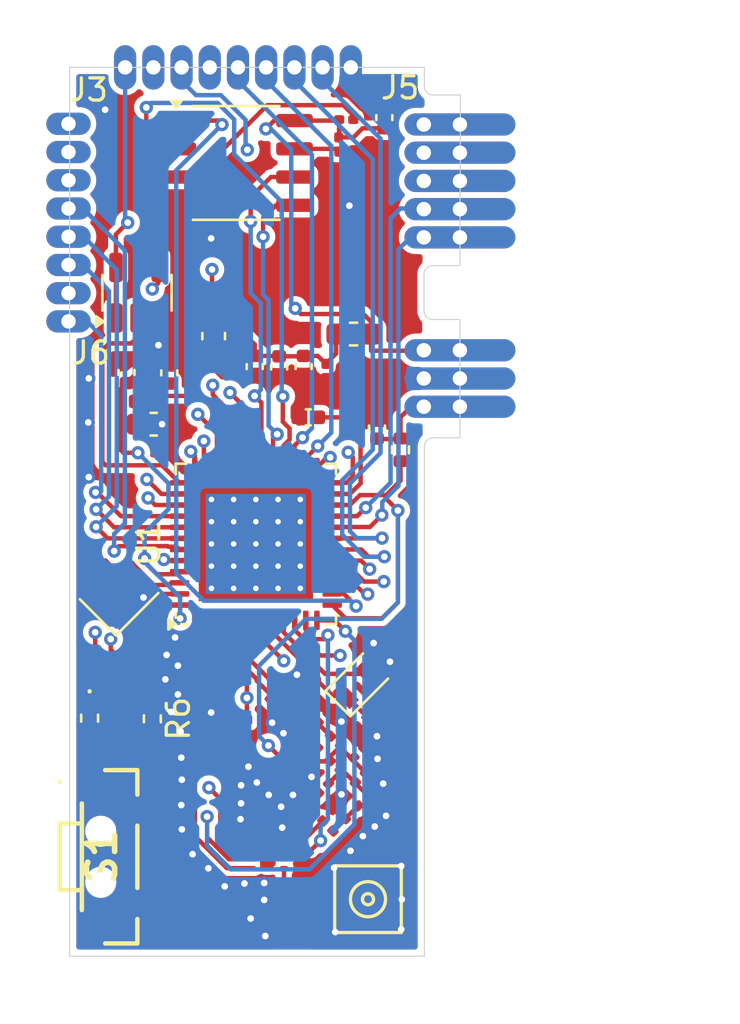
<source format=kicad_pcb>
(kicad_pcb (version 20240108) (generator "pcbnew") (generator_version "8.0")
  (layers (0 "F.Cu" signal) (1 "In1.Cu" signal) (2 "In2.Cu" signal) (31 "B.Cu" signal) (34 "B.Paste" user) (35 "F.Paste" user) (36 "B.SilkS" user "B.Silkscreen") (37 "F.SilkS" user "F.Silkscreen") (38 "B.Mask" user) (39 "F.Mask" user) (44 "Edge.Cuts" user))
  (net 0 "")
  (net 1 "GND")
  (net 2 "VDDS")
  (net 3 "Net-(U1A-DECOUPL)")
  (net 4 "MCU_RESET")
  (net 5 "Net-(C13-Pad2)")
  (net 6 "/CC1352P7-Wireless-MCU/RF_2_4G_N")
  (net 7 "Net-(C19-Pad2)")
  (net 8 "Net-(C19-Pad1)")
  (net 9 "/CC1352P7-Wireless-MCU/RF_2_4G_P")
  (net 10 "Net-(C25-Pad1)")
  (net 11 "Net-(C27-Pad1)")
  (net 12 "Net-(C30-Pad2)")
  (net 13 "Net-(U2-RF1)")
  (net 14 "VDDR")
  (net 15 "MCU_VDD")
  (net 16 "Net-(TR1-RX_TX)")
  (net 17 "Net-(D1-A)")
  (net 18 "MCU_UART_TX")
  (net 19 "MCU_UART_RX")
  (net 20 "/CC1352P7-Wireless-MCU/DCDC_SW")
  (net 22 "~{MCU_POWER_INDICATOR}")
  (net 23 "RF_SUB1G")
  (net 24 "JTAG_TMSC")
  (net 25 "Net-(U1B-DIO_8)")
  (net 26 "Net-(D1-K)")
  (net 27 "JTAG_TDO")
  (net 28 "JTAG_TCKC")
  (net 29 "RF_PA")
  (net 30 "MCU_AIO3")
  (net 31 "JTAG_TDI")
  (net 32 "Net-(C35-Pad2)")
  (net 33 "Net-(C52-Pad1)")
  (net 34 "Net-(U1B-DIO_18)")
  (net 35 "MCU_AIO4")
  (net 36 "MCU_DIO3")
  (net 37 "MCU_DIO5")
  (net 38 "MCU_AIO1")
  (net 39 "MCU_DIO1")
  (net 40 "MCU_DIO7")
  (net 41 "MCU_AIO2")
  (net 42 "MCU_AIO0")
  (net 43 "MCU_DIO6")
  (net 44 "MCU_DIO2")
  (net 45 "Net-(U1B-DIO_19)")
  (net 46 "RF_2_4G")
  (net 47 "Net-(TR1-USP_2_4_GHZ)")
  (net 50 "Net-(U2-RFC)")
  (net 51 "MCU_DIO4")
  (net 52 "MCU_DIO0")
  (net 53 "Net-(U5-~{HOLD}{slash}SIO3)")
  (net 54 "Net-(U5-~{WP}{slash}SIO2)")
  (net 55 "Net-(U1B-DIO_20)")
  (net 56 "/CC1352P7-Wireless-MCU/X32K_P")
  (net 57 "/CC1352P7-Wireless-MCU/X32K_N")
  (net 58 "/CC1352P7-Wireless-MCU/X48M_P")
  (net 59 "/CC1352P7-Wireless-MCU/X48M_N")
  (net 60 "/CC1352P7-Wireless-MCU/RF_SUB_P")
  (net 61 "/CC1352P7-Wireless-MCU/RF_SUB_N")
  (net 62 "/CC1352P7-Wireless-MCU/TX_20DBM_P")
  (net 63 "/CC1352P7-Wireless-MCU/TX_20DBM_N")
  (net 64 "Net-(U2-RF2)")
  (net 65 "Net-(TR1-USP_SUB_GHZ)")
  (net 75 "USER_BTN")
  (net 93 "Net-(S1-COM)")
  (footprint "Capacitor_SMD:C_0201_0603Metric" (layer "F.Cu") (at 182.258352 98.130248 45)
    (property "Reference" "C25" (hide yes))
    (property "Value" "0.7pF" (hide yes))
  )
  (footprint "Capacitor_SMD:C_0201_0603Metric" (layer "F.Cu") (at 178.4944 104.4702 180)
    (property "Reference" "C50" (hide yes))
    (property "Value" "DNP" (hide yes))
  )
  (footprint "Capacitor_SMD:C_0402_1005Metric" (layer "F.Cu") (at 173.65 79.915 90)
    (property "Reference" "C38" (hide yes))
    (property "Value" "0.1uF" (hide yes))
  )
  (footprint "Resistor_SMD:R_0201_0603Metric" (layer "F.Cu") (at 181.2778 69.6362 -90)
    (property "Reference" "R4" (hide yes))
    (property "Value" "2.61K" (hide yes))
  )
  (footprint "Capacitor_SMD:C_0201_0603Metric" (layer "F.Cu") (at 177.1884 95.8494 90)
    (property "Reference" "C12" (hide yes))
    (property "Value" "100pF")
  )
  (footprint "Resistor_SMD:R_0402_1005Metric" (layer "F.Cu") (at 170.064 95.452 90)
    (property "Reference" "R2" (hide yes))
    (property "Value" "1K" (hide yes))
  )
  (footprint "Pandora:Skyworks_SKY1337-373LF" (layer "F.Cu") (at 178.0912 101.6032 180)
    (property "Reference" "U2" (hide yes))
    (property "Value" "~")
  )
  (footprint "Package_SO:SOP-8_3.9x4.9mm_P1.27mm" (layer "F.Cu") (at 176.664 70.467)
    (property "Reference" "U5" (hide yes))
    (property "Value" "MX25L3233FM1" (hide yes))
  )
  (footprint "Capacitor_SMD:C_0402_1005Metric" (layer "F.Cu") (at 178.6 79.65 -90)
    (property "Reference" "C6" (hide yes))
    (property "Value" "0.1uF" (hide yes))
  )
  (footprint "Inductor_SMD:L_0201_0603Metric" (layer "F.Cu") (at 179.1548 105.2576 180)
    (property "Reference" "L22" (hide yes))
    (property "Value" "0" (hide yes))
  )
  (footprint "Inductor_SMD:L_0201_0603Metric" (layer "F.Cu") (at 178.425278 94.835878 -45)
    (property "Reference" "L1" (hide yes))
    (property "Value" "1nH" (hide yes))
  )
  (footprint "KiCad:1188E1K2VTR" (layer "F.Cu") (at 170.964 101.692 -90)
    (property "Reference" "S1")
    (property "Value" "1188E-1K2-V-T_R" (hide yes))
  )
  (footprint "Inductor_SMD:L_0201_0603Metric" (layer "F.Cu") (at 179.5252 99.695 45)
    (property "Reference" "L17" (hide yes))
    (property "Value" "2.5nH" (hide yes))
  )
  (footprint "Pandora:A-1JB" (layer "F.Cu") (at 182.6 103.6 180)
    (property "Reference" "J1")
    (property "Value" "UFL" (hide yes))
  )
  (footprint "Crystal:Crystal_SMD_2016-4Pin_2.0x1.6mm" (layer "F.Cu") (at 171.392734 89.961683 45)
    (property "Reference" "Y2" (hide yes))
    (property "Value" "48MHz" (hide yes))
  )
  (footprint "Capacitor_SMD:C_0402_1005Metric" (layer "F.Cu") (at 179.7 79.63 -90)
    (property "Reference" "C7" (hide yes))
    (property "Value" "0.1uF" (hide yes))
  )
  (footprint "Capacitor_SMD:C_0201_0603Metric" (layer "F.Cu") (at 181.354 99.7458 -45)
    (property "Reference" "C30" (hide yes))
    (property "Value" "4.7pF" (hide yes))
  )
  (footprint "Inductor_SMD:L_0201_0603Metric" (layer "F.Cu") (at 182.380048 99.176952 -135)
    (property "Reference" "L19" (hide yes))
    (property "Value" "7.5nH" (hide yes))
  )
  (footprint "Capacitor_SMD:C_0201_0603Metric" (layer "F.Cu") (at 179.027248 98.110152 45)
    (property "Reference" "C17" (hide yes))
    (property "Value" "100pF" (hide yes))
  )
  (footprint "Inductor_SMD:L_0201_0603Metric" (layer "F.Cu") (at 179.5252 95.381652 -135)
    (property "Reference" "L6" (hide yes))
    (property "Value" "27nH" (hide yes))
  )
  (footprint "Inductor_SMD:L_0201_0603Metric" (layer "F.Cu") (at 172.7 80.12 90)
    (property "Reference" "L20" (hide yes))
    (property "Value" "3.4nH" (hide yes))
  )
  (footprint "Capacitor_SMD:C_0201_0603Metric" (layer "F.Cu") (at 176.2994 95.8444 -90)
    (property "Reference" "C14" (hide yes))
    (property "Value" "100pF")
  )
  (footprint "Inductor_SMD:L_0201_0603Metric" (layer "F.Cu") (at 181.140752 96.484552 -45)
    (property "Reference" "L11" (hide yes))
    (property "Value" "12nH" (hide yes))
  )
  (footprint "Package_TO_SOT_SMD:SOT-23-5" (layer "F.Cu") (at 172.1968 76.3071 90)
    (property "Reference" "U3" (hide yes))
    (property "Value" "74AHCT1G86" (hide yes))
  )
  (footprint "Capacitor_SMD:C_0402_1005Metric" (layer "F.Cu") (at 171.725 79.895 90)
    (property "Reference" "C37" (hide yes))
    (property "Value" "0.1uF" (hide yes))
  )
  (footprint "Capacitor_SMD:C_0201_0603Metric" (layer "F.Cu") (at 180.581952 95.437848 -135)
    (property "Reference" "C13" (hide yes))
    (property "Value" "2.4pF" (hide yes))
  )
  (footprint "Pandora:Pandora Connector 9" (layer "F.Cu") (at 171.664 66.167 90)
    (property "Reference" "J3")
    (property "Value" "Conn_01x09_Socket")
  )
  (footprint "Capacitor_SMD:C_0201_0603Metric" (layer "F.Cu") (at 180.7952 100.3046 135)
    (property "Reference" "C32" (hide yes))
    (property "Value" "100pF" (hide yes))
  )
  (footprint "Capacitor_SMD:C_0603_1608Metric" (layer "F.Cu") (at 175.65 78.26 -90)
    (property "Reference" "C9" (hide yes))
    (property "Value" "22uF")
  )
  (footprint "Capacitor_SMD:C_0201_0603Metric" (layer "F.Cu") (at 180.107074 97.030326 -135)
    (property "Reference" "C19" (hide yes))
    (property "Value" "2.4pF" (hide yes))
  )
  (footprint "Capacitor_SMD:C_0201_0603Metric" (layer "F.Cu") (at 172.313926 91.742474 45)
    (property "Reference" "C2" (hide yes))
    (property "Value" "7.5pF" (hide yes))
  )
  (footprint "Capacitor_SMD:C_0201_0603Metric" (layer "F.Cu") (at 183.6908 94.2086 45)
    (property "Reference" "C4" (hide yes))
    (property "Value" "15pF" (hide yes))
  )
  (footprint "Capacitor_SMD:C_0201_0603Metric" (layer "F.Cu") (at 178.499152 97.520648 45)
    (property "Reference" "C20" (hide yes))
    (property "Value" "100pF" (hide yes))
  )
  (footprint "Capacitor_SMD:C_0201_0603Metric" (layer "F.Cu") (at 182.189874 97.0026 -135)
    (property "Reference" "C23" (hide yes))
    (property "Value" "3.9pF" (hide yes))
  )
  (footprint "Capacitor_SMD:C_0402_1005Metric" (layer "F.Cu") (at 183.005 82.395 90)
    (property "Reference" "C11" (hide yes))
    (property "Value" "0.1uF")
  )
  (footprint "Capacitor_SMD:C_0603_1608Metric" (layer "F.Cu") (at 172.95 82.225)
    (property "Reference" "C34" (hide yes))
    (property "Value" "22uF")
  )
  (footprint "Crystal:Crystal_SMD_2012-2Pin_2.0x1.2mm" (layer "F.Cu") (at 182.0906 93.9546 45)
    (property "Reference" "Y1" (hide yes))
    (property "Value" "32.768kHz" (hide yes))
  )
  (footprint "Capacitor_SMD:C_0402_1005Metric" (layer "F.Cu") (at 183.3352 68.425 90)
    (property "Reference" "C40" (hide yes))
    (property "Value" "0.1U" (hide yes))
  )
  (footprint "LED_SMD:LED_0402_1005Metric" (layer "F.Cu") (at 170.064 93.157 90)
    (property "Reference" "D1" (hide yes))
    (property "Value" "LED" (hide yes))
  )
  (footprint "Capacitor_SMD:C_0201_0603Metric" (layer "F.Cu") (at 170.264248 88.585152 -135)
    (property "Reference" "C5" (hide yes))
    (property "Value" "7.5pF" (hide yes))
  )
  (footprint "Inductor_SMD:L_0201_0603Metric" (layer "F.Cu") (at 181.123074 97.584474 -45)
    (property "Reference" "L15" (hide yes))
    (property "Value" "3.9nH" (hide yes))
  )
  (footprint "Inductor_SMD:L_0201_0603Metric" (layer "F.Cu") (at 179.5252 96.453848 -135)
    (property "Reference" "L5" (hide yes))
    (property "Value" "10nH" (hide yes))
  )
  (footprint "Pandora:IPC1352" (layer "F.Cu") (at 175.554 93.742 180)
    (property "Reference" "TR1" (hide yes))
    (property "Value" "~")
  )
  (footprint "Capacitor_SMD:C_0201_0603Metric" (layer "F.Cu") (at 182.329248 95.620952 -135)
    (property "Reference" "C1" (hide yes))
    (property "Value" "12pF" (hide yes))
  )
  (footprint "Resistor_SMD:R_0201_0603Metric" (layer "F.Cu") (at 181.619 68.517)
    (property "Reference" "R3" (hide yes))
    (property "Value" "2.61K" (hide yes))
  )
  (footprint "Resistor_SMD:R_0402_1005Metric" (layer "F.Cu") (at 172.889 95.482001 -90)
    (property "Reference" "R6")
    (property "Value" "100")
  )
  (footprint "Capacitor_SMD:C_0201_0603Metric" (layer "F.Cu") (at 178.814 103.3272 -90)
    (property "Reference" "C35" (hide yes))
    (property "Value" "47pF" (hide yes))
  )
  (footprint "Pandora:Zeus Connector" (layer "F.Cu") (at 186.739 68.737)
    (property "Reference" "J5")
    (property "Value" "Conn_01x08_Socket")
    (fp_line (start -1.617157 6.75) (end -1.617157 8.367157) (stroke (width 0.05)) (layer "Edge.Cuts"))
    (fp_line (start -1.217157 8.775) (end 0 8.775) (stroke (width 0.05)) (layer "Edge.Cuts"))
    (fp_line (start 0 6.35) (end -1.217157 6.35) (stroke (width 0.05)) (layer "Edge.Cuts"))
    (fp_line (start 0 6.35) (end 0.025 -1.325) (stroke (width 0.05)) (layer "Edge.Cuts"))
    (fp_line (start 0 14.1) (end -1.2 14.1) (stroke (width 0.05)) (layer "Edge.Cuts"))
    (fp_line (start 0 14.1) (end 0 8.775) (stroke (width 0.05)) (layer "Edge.Cuts"))
    (fp_line (start 0.025 -1.325) (end -1.2 -1.325) (stroke (width 0.05)) (layer "Edge.Cuts"))
    (fp_arc (start -1.617157 6.75) (mid -1.5 6.467157) (end -1.217157 6.35) (stroke (width 0.05)) (layer "Edge.Cuts"))
    (fp_arc (start -1.6 14.5) (mid -1.482843 14.217157) (end -1.2 14.1) (stroke (width 0.05)) (layer "Edge.Cuts"))
    (fp_arc (start -1.217157 8.775) (mid -1.501624 8.653921) (end -1.617157 8.367157) (stroke (width 0.05)) (layer "Edge.Cuts"))
    (fp_arc (start -1.2 -1.325) (mid -1.482843 -1.442157) (end -1.6 -1.725) (stroke (width 0.05)) (layer "Edge.Cuts"))
  )
  (footprint "Capacitor_SMD:C_0201_0603Metric" (layer "F.Cu") (at 180.602048 98.618152 45)
    (property "Reference" "C27" (hide yes))
    (property "Value" "100pF" (hide yes))
  )
  (footprint "Inductor_SMD:L_0603_1608Metric" (layer "F.Cu") (at 181.9515 78.167 180)
    (property "Reference" "FL1" (hide yes))
    (property "Value" "BLM18HE152SN1" (hide yes))
  )
  (footprint "Capacitor_SMD:C_0201_0603Metric" (layer "F.Cu") (at 179.6268 103.3166 90)
    (property "Reference" "C52" (hide yes))
    (property "Value" "DNP" (hide yes))
  )
  (footprint "Pandora:Pandora Connector 8" (layer "F.Cu") (at 169.1132 77.597 180)
    (property "Reference" "J6")
    (property "Value" "Conn_01x08_Socket")
  )
  (footprint "Package_DFN_QFN:Texas_RGZ0048A_VQFN-48-1EP_7x7mm_P0.5mm_EP5.15x5.15mm_ThermalVias" (layer "F.Cu") (at 177.55 87.6125 90)
    (property "Reference" "U1")
    (property "Value" "CC1352P7")
  )
  (footprint "Capacitor_SMD:C_0402_1005Metric" (layer "F.Cu") (at 177.5 79.63 -90)
    (property "Reference" "C3" (hide yes))
    (property "Value" "0.1uF" (hide yes))
  )
  (footprint "Inductor_SMD:L_0201_0603Metric" (layer "F.Cu") (at 178.994126 94.287126 -45)
    (property "Reference" "L2" (hide yes))
    (property "Value" "1nH" (hide yes))
  )
  (footprint "Capacitor_SMD:C_0201_0603Metric" (layer "F.Cu") (at 180.7 79.83 -90)
    (property "Reference" "C10" (hide yes))
    (property "Value" "0.1pF" (hide yes))
  )
  (footprint "Capacitor_SMD:C_0402_1005Metric" (layer "F.Cu") (at 179.9088 81.915 180)
    (property "Reference" "C8" (hide yes))
    (property "Value" "1uF")
  )
  (footprint "Resistor_SMD:R_0402_1005Metric" (layer "F.Cu") (at 184.064 83.377 90)
    (property "Reference" "R1" (hide yes))
    (property "Value" "100K" (hide yes))
  )
  (gr_line (start 169.164 106.167) (end 169.164 66.167) (stroke (width 0.05)) (layer "Edge.Cuts"))
  (gr_line (start 185.139 66.167) (end 169.164 66.167) (stroke (width 0.05)) (layer "Edge.Cuts"))
  (gr_line (start 185.139 83.237) (end 185.139 106.167) (stroke (width 0.05)) (layer "Edge.Cuts"))
  (gr_line (start 185.139 66.167) (end 185.139 67.012) (stroke (width 0.05)) (layer "Edge.Cuts"))
  (gr_line (start 185.139 106.167) (end 169.164 106.167) (stroke (width 0.05)) (layer "Edge.Cuts"))
  (segment (start 180.66 80.11) (end 180.7 80.15) (width 0.2) (layer "F.Cu") (net 1))
  (segment (start 183.7932 80.187) (end 183.005 80.9752) (width 0.2) (layer "F.Cu") (net 1))
  (segment (start 179.7 80.11) (end 180.66 80.11) (width 0.2) (layer "F.Cu") (net 1))
  (segment (start 178.6 80.13) (end 179.68 80.13) (width 0.2) (layer "F.Cu") (net 1))
  (segment (start 176.025 80.11) (end 175.65 79.735) (width 0.2) (layer "F.Cu") (net 1))
  (segment (start 183.005 81.915) (end 183.005 80.9752) (width 0.2) (layer "F.Cu") (net 1))
  (segment (start 173.164 78.667) (end 173.164 77.4618) (width 0.2) (layer "F.Cu") (net 1))
  (segment (start 173.725 82.225) (end 173.325 82.225) (width 0.2) (layer "F.Cu") (net 1))
  (segment (start 178.6 80.13) (end 178.909999 80.13) (width 0.2) (layer "F.Cu") (net 1))
  (segment (start 183.002 67.945) (end 181.974 66.917) (width 0.2) (layer "F.Cu") (net 1))
  (segment (start 177.5 80.11) (end 176.025 80.11) (width 0.2) (layer "F.Cu") (net 1))
  (segment (start 186.764 80.187) (end 183.7932 80.187) (width 0.2) (layer "F.Cu") (net 1))
  (segment (start 174.504 93.742) (end 173.509 93.742) (width 0.2) (layer "F.Cu") (net 1))
  (segment (start 170.037974 88.811426) (end 170.037974 89.596872) (width 0.2) (layer "F.Cu") (net 1))
  (segment (start 171.87 79.27) (end 173.485 79.27) (width 0.2) (layer "F.Cu") (net 1))
  (segment (start 173.164 77.4618) (end 173.1468 77.4446) (width 0.2) (layer "F.Cu") (net 1))
  (segment (start 171.725 79.415) (end 171.87 79.27) (width 0.2) (layer "F.Cu") (net 1))
  (segment (start 173.485 79.27) (end 173.65 79.435) (width 0.2) (layer "F.Cu") (net 1))
  (segment (start 173.65 79.435) (end 173.65 79.55) (width 0.2) (layer "F.Cu") (net 1))
  (segment (start 179.4288 80.648801) (end 179.4288 81.915) (width 0.2) (layer "F.Cu") (net 1))
  (segment (start 173.509 93.742) (end 173.474 93.707) (width 0.2) (layer "F.Cu") (net 1))
  (segment (start 173.65 79.55) (end 173.835 79.735) (width 0.2) (layer "F.Cu") (net 1))
  (segment (start 170.037974 89.596872) (end 170.508851 90.067749) (width 0.2) (layer "F.Cu") (net 1))
  (segment (start 179.68 80.13) (end 179.7 80.11) (width 0.2) (layer "F.Cu") (net 1))
  (segment (start 183.3352 67.945) (end 183.002 67.945) (width 0.2) (layer "F.Cu") (net 1))
  (segment (start 178.909999 80.13) (end 179.4288 80.648801) (width 0.2) (layer "F.Cu") (net 1))
  (segment (start 173.835 79.735) (end 175.65 79.735) (width 0.2) (layer "F.Cu") (net 1))
  (via (at 173.9118 91.821) (size 0.6) (drill 0.3) (layers "F.Cu" "B.Cu") (net 1))
  (via (at 181.1254 105.0798) (size 0.6) (drill 0.3) (layers "F.Cu" "B.Cu") (net 1))
  (via (at 173.5308 92.6084) (size 0.6) (drill 0.3) (layers "F.Cu" "B.Cu") (net 1))
  (via (at 181.4048 95.6056) (size 0.6) (drill 0.3) (layers "F.Cu" "B.Cu") (net 1))
  (via (at 177.5948 98.3488) (size 0.6) (drill 0.3) (layers "F.Cu" "B.Cu") (net 1))
  (via (at 173.734 95.1738) (size 0.6) (drill 0.3) (layers "F.Cu" "B.Cu") (net 1))
  (via (at 182.8526 92.075) (size 0.6) (drill 0.3) (layers "F.Cu" "B.Cu") (net 1))
  (via (at 174.6992 101.5746) (size 0.6) (drill 0.3) (layers "F.Cu" "B.Cu") (net 1))
  (via (at 184.0972 104.9528) (size 0.6) (drill 0.3) (layers "F.Cu" "B.Cu") (net 1))
  (via (at 176.147 103.0224) (size 0.6) (drill 0.3) (layers "F.Cu" "B.Cu") (net 1))
  (via (at 174.0388 93.091) (size 0.6) (drill 0.3) (layers "F.Cu" "B.Cu") (net 1))
  (via (at 174.1912 97.2312) (size 0.6) (drill 0.3) (layers "F.Cu" "B.Cu") (net 1))
  (via (at 174.1912 99.3648) (size 0.6) (drill 0.3) (layers "F.Cu" "B.Cu") (net 1))
  (via (at 177.036 102.8954) (size 0.6) (drill 0.3) (layers "F.Cu" "B.Cu") (net 1))
  (via (at 174.2166 98.2218) (size 0.6) (drill 0.3) (layers "F.Cu" "B.Cu") (net 1))
  (via (at 170.7622 68.072) (size 0.6) (drill 0.3) (layers "F.Cu" "B.Cu") (net 1))
  (via (at 184.1226 103.6066) (size 0.6) (drill 0.3) (layers "F.Cu" "B.Cu") (net 1))
  (via (at 176.8582 99.9998) (size 0.6) (drill 0.3) (layers "F.Cu" "B.Cu") (net 1))
  (via (at 183.0304 97.282) (size 0.6) (drill 0.3) (layers "F.Cu" "B.Cu") (net 1))
  (via (at 178.794965 96.131198) (size 0.6) (drill 0.3) (layers "F.Cu" "B.Cu") (net 1))
  (via (at 174.2166 100.457) (size 0.6) (drill 0.3) (layers "F.Cu" "B.Cu") (net 1))
  (via (at 183.5892 92.9132) (size 0.6) (drill 0.3) (layers "F.Cu" "B.Cu") (net 1))
  (via (at 170.0256 80.1624) (size 0.6) (drill 0.3) (layers "F.Cu" "B.Cu") (net 1))
  (via (at 178.687 99.441) (size 0.6) (drill 0.3) (layers "F.Cu" "B.Cu") (net 1))
  (via (at 177.2138 97.6376) (size 0.6) (drill 0.3) (layers "F.Cu" "B.Cu") (net 1))
  (via (at 178.2806 95.6564) (size 0.6) (drill 0.3) (layers "F.Cu" "B.Cu") (net 1))
  (via (at 177.9758 105.2576) (size 0.6) (drill 0.3) (layers "F.Cu" "B.Cu") (net 1))
  (via (at 183.005 96.266) (size 0.6) (drill 0.3) (layers "F.Cu" "B.Cu") (net 1))
  (via (at 175.5374 95.1992) (size 0.6) (drill 0.3) (layers "F.Cu" "B.Cu") (net 1))
  (via (at 179.2204 98.9076) (size 0.6) (drill 0.3) (layers "F.Cu" "B.Cu") (net 1))
  (via (at 181.0746 102.1842) (size 0.6) (drill 0.3) (layers "F.Cu" "B.Cu") (net 1))
  (via (at 181.8112 101.4222) (size 0.6) (drill 0.3) (layers "F.Cu" "B.Cu") (net 1))
  (via (at 175.5374 73.8632) (size 0.6) (drill 0.3) (layers "F.Cu" "B.Cu") (net 1))
  (via (at 175.4104 102.2096) (size 0.6) (drill 0.3) (layers "F.Cu" "B.Cu") (net 1))
  (via (at 174.1658 96.0628) (size 0.6) (drill 0.3) (layers "F.Cu" "B.Cu") (net 1))
  (via (at 182.9034 100.33) (size 0.6) (drill 0.3) (layers "F.Cu" "B.Cu") (net 1))
  (via (at 181.7604 72.39) (size 0.6) (drill 0.3) (layers "F.Cu" "B.Cu") (net 1))
  (via (at 182.37 100.7618) (size 0.6) (drill 0.3) (layers "F.Cu" "B.Cu") (net 1))
  (via (at 180.0586 98.0948) (size 0.6) (drill 0.3) (layers "F.Cu" "B.Cu") (net 1))
  (via (at 174.0388 94.3864) (size 0.6) (drill 0.3) (layers "F.Cu" "B.Cu") (net 1))
  (via (at 181.4048 98.8822) (size 0.6) (drill 0.3) (layers "F.Cu" "B.Cu") (net 1))
  (via (at 170.0256 84.6074) (size 0.6) (drill 0.3) (layers "F.Cu" "B.Cu") (net 1))
  (via (at 177.925 103.632) (size 0.6) (drill 0.3) (layers "F.Cu" "B.Cu") (net 1))
  (via (at 183.2844 98.3996) (size 0.6) (drill 0.3) (layers "F.Cu" "B.Cu") (net 1))
  (via (at 178.1282 98.9076) (size 0.6) (drill 0.3) (layers "F.Cu" "B.Cu") (net 1))
  (via (at 184.0972 102.108) (size 0.6) (drill 0.3) (layers "F.Cu" "B.Cu") (net 1))
  (via (at 179.3982 93.4974) (size 0.6) (drill 0.3) (layers "F.Cu" "B.Cu") (net 1))
  (via (at 170.0002 82.1436) (size 0.6) (drill 0.3) (layers "F.Cu" "B.Cu") (net 1))
  (via (at 173.325 82.225) (size 0.6) (drill 0.3) (layers "F.Cu" "B.Cu") (net 1))
  (via (at 173.164 78.667) (size 0.6) (drill 0.3) (layers "F.Cu" "B.Cu") (net 1))
  (via (at 173.474 93.707) (size 0.6) (drill 0.3) (layers "F.Cu" "B.Cu") (net 1))
  (via (at 183.4114 99.8474) (size 0.6) (drill 0.3) (layers "F.Cu" "B.Cu") (net 1))
  (via (at 177.3154 104.4702) (size 0.6) (drill 0.3) (layers "F.Cu" "B.Cu") (net 1))
  (via (at 176.8836 99.2886) (size 0.6) (drill 0.3) (layers "F.Cu" "B.Cu") (net 1))
  (via (at 178.7378 100.3808) (size 0.6) (drill 0.3) (layers "F.Cu" "B.Cu") (net 1))
  (via (at 177.925 102.87) (size 0.6) (drill 0.3) (layers "F.Cu" "B.Cu") (net 1))
  (via (at 172.488693 90.0224) (size 0.6) (drill 0.3) (layers "F.Cu" "B.Cu") (net 1))
  (via (at 176.8836 98.4758) (size 0.6) (drill 0.3) (layers "F.Cu" "B.Cu") (net 1))
  (segment (start 177.5 78.635) (end 177.5 79.15) (width 0.2) (layer "F.Cu") (net 2))
  (segment (start 178.1155 96.6851) (end 178.116152 96.6851) (width 0.2) (layer "F.Cu") (net 2))
  (segment (start 183.9448 90.2462) (end 183.2336 90.9574) (width 0.2) (layer "F.Cu") (net 2))
  (segment (start 181.164 78.167) (end 181.164 79.046) (width 0.2) (layer "F.Cu") (net 2))
  (segment (start 183.9448 86.106) (end 183.414 85.5752) (width 0.2) (layer "F.Cu") (net 2))
  (segment (start 183.414 85.5752) (end 183.414 85.417) (width 0.2) (layer "F.Cu") (net 2))
  (segment (start 181.787673 85.862501) (end 180.9875 85.862501) (width 0.2) (layer "F.Cu") (net 2))
  (segment (start 178.58 79.15) (end 178.6 79.17) (width 0.2) (layer "F.Cu") (net 2))
  (segment (start 179.7 79.15) (end 180.34 79.15) (width 0.2) (layer "F.Cu") (net 2))
  (segment (start 182.233174 85.417) (end 181.787673 85.862501) (width 0.2) (layer "F.Cu") (net 2))
  (segment (start 183.4146 85.417) (end 183.414 85.417) (width 0.2) (layer "F.Cu") (net 2))
  (segment (start 173.4505 88.3625) (end 174.1125 88.3625) (width 0.2) (layer "F.Cu") (net 2))
  (segment (start 179.298926 96.720874) (end 178.725426 97.294374) (width 0.2) (layer "F.Cu") (net 2))
  (segment (start 174.939 81.779661) (end 175.8 82.640661) (width 0.2) (layer "F.Cu") (net 2))
  (segment (start 179.253522 97.883878) (end 179.253522 97.82247) (width 0.2) (layer "F.Cu") (net 2))
  (segment (start 175.575 75.2602) (end 175.575 76.71) (width 0.2) (layer "F.Cu") (net 2))
  (segment (start 180.34 79.15) (end 180.7 79.51) (width 0.2) (layer "F.Cu") (net 2))
  (segment (start 183.9448 86.106) (end 183.9448 90.2462) (width 0.2) (layer "F.Cu") (net 2))
  (segment (start 175.8 82.640661) (end 175.8 84.175) (width 0.2) (layer "F.Cu") (net 2))
  (segment (start 175.575 76.71) (end 175.65 76.785) (width 0.2) (layer "F.Cu") (net 2))
  (segment (start 179.298926 96.680122) (end 179.298926 96.720874) (width 0.2) (layer "F.Cu") (net 2))
  (segment (start 181.164 79.046) (end 180.7 79.51) (width 0.2) (layer "F.Cu") (net 2))
  (segment (start 179.68 79.17) (end 179.7 79.15) (width 0.2) (layer "F.Cu") (net 2))
  (segment (start 173.4038 88.3158) (end 173.4505 88.3625) (width 0.2) (layer "F.Cu") (net 2))
  (segment (start 183.414 85.417) (end 182.233174 85.417) (width 0.2) (layer "F.Cu") (net 2))
  (segment (start 184.064 84.7676) (end 183.4146 85.417) (width 0.2) (layer "F.Cu") (net 2))
  (segment (start 183.2336 90.9574) (end 181.5824 90.9574) (width 0.2) (layer "F.Cu") (net 2))
  (segment (start 175.65 76.785) (end 177.5 78.635) (width 0.2) (layer "F.Cu") (net 2))
  (segment (start 179.5875 79.0375) (end 179.7 79.15) (width 0.2) (layer "F.Cu") (net 2))
  (segment (start 184.064 83.887) (end 184.064 84.7676) (width 0.2) (layer "F.Cu") (net 2))
  (segment (start 181.5824 90.9574) (end 180.9875 90.3625) (width 0.2) (layer "F.Cu") (net 2))
  (segment (start 177.5 79.15) (end 178.58 79.15) (width 0.2) (layer "F.Cu") (net 2))
  (segment (start 178.116152 96.6851) (end 178.725426 97.294374) (width 0.2) (layer "F.Cu") (net 2))
  (segment (start 178.6 79.17) (end 179.68 79.17) (width 0.2) (layer "F.Cu") (net 2))
  (segment (start 179.253522 97.82247) (end 178.725426 97.294374) (width 0.2) (layer "F.Cu") (net 2))
  (via (at 175.575 75.2602) (size 0.6) (drill 0.3) (layers "F.Cu" "B.Cu") (net 2))
  (via (at 173.4038 88.3158) (size 0.6) (drill 0.3) (layers "F.Cu" "B.Cu") (net 2))
  (via (at 178.1155 96.6851) (size 0.6) (drill 0.3) (layers "F.Cu" "B.Cu") (net 2))
  (via (at 174.939 81.779661) (size 0.6) (drill 0.3) (layers "F.Cu" "B.Cu") (net 2))
  (via (at 183.9448 86.106) (size 0.6) (drill 0.3) (layers "F.Cu" "B.Cu") (net 2))
  (segment (start 183.9448 90.2462) (end 183.2082 90.9828) (width 0.2) (layer "B.Cu") (net 2))
  (segment (start 183.2082 90.9828) (end 179.8046 90.9828) (width 0.2) (layer "B.Cu") (net 2))
  (segment (start 183.9448 86.106) (end 183.9448 90.2462) (width 0.2) (layer "B.Cu") (net 2))
  (segment (start 179.8046 90.9828) (end 177.6964 93.091) (width 0.2) (layer "B.Cu") (net 2))
  (segment (start 177.6964 93.091) (end 177.6964 96.266) (width 0.2) (layer "B.Cu") (net 2))
  (segment (start 177.6964 96.266) (end 178.1155 96.6851) (width 0.2) (layer "B.Cu") (net 2))
  (segment (start 182.264 82.767) (end 181.414 81.917) (width 0.2) (layer "F.Cu") (net 3))
  (segment (start 182.264 84.107375) (end 182.264 82.767) (width 0.2) (layer "F.Cu") (net 3))
  (segment (start 182.2684 84.111775) (end 182.264 84.107375) (width 0.2) (layer "F.Cu") (net 3))
  (segment (start 180.9875 85.3625) (end 181.7927 85.3625) (width 0.2) (layer "F.Cu") (net 3))
  (segment (start 181.414 81.917) (end 180.205 81.917) (width 0.2) (layer "F.Cu") (net 3))
  (segment (start 182.2684 84.8868) (end 182.2684 84.111775) (width 0.2) (layer "F.Cu") (net 3))
  (segment (start 181.7927 85.3625) (end 182.2684 84.8868) (width 0.2) (layer "F.Cu") (net 3))
  (segment (start 184.064 82.867) (end 184.064 81.907) (width 0.2) (layer "F.Cu") (net 4))
  (segment (start 184.064 81.907) (end 184.564 81.407) (width 0.2) (layer "F.Cu") (net 4))
  (segment (start 175.3 83.723114) (end 175.3 84.175) (width 0.2) (layer "F.Cu") (net 4))
  (segment (start 175.2072 82.9818) (end 175.2072 83.630314) (width 0.2) (layer "F.Cu") (net 4))
  (segment (start 183.064 82.892) (end 184.039 82.892) (width 0.2) (layer "F.Cu") (net 4))
  (segment (start 184.039 82.892) (end 184.064 82.867) (width 0.2) (layer "F.Cu") (net 4))
  (segment (start 175.2072 83.630314) (end 175.3 83.723114) (width 0.2) (layer "F.Cu") (net 4))
  (via (at 175.2072 82.9818) (size 0.6) (drill 0.3) (layers "F.Cu" "B.Cu") (net 4))
  (segment (start 179.2204 94.5642) (end 179.2204 94.5134) (width 0.2) (layer "F.Cu") (net 5))
  (segment (start 180.914478 96.258278) (end 179.2204 94.5642) (width 0.2) (layer "F.Cu") (net 5))
  (segment (start 179.2204 94.5134) (end 179.2204 94.624304) (width 0.2) (layer "F.Cu") (net 5))
  (segment (start 179.2204 94.5134) (end 179.2712 94.5134) (width 0.2) (layer "F.Cu") (net 5))
  (segment (start 179.751474 95.155378) (end 179.913178 95.155378) (width 0.2) (layer "F.Cu") (net 5))
  (segment (start 175.3 93.051) (end 175.284 93.067) (width 0.2) (layer "F.Cu") (net 6))
  (segment (start 175.3 91.05) (end 175.3 93.051) (width 0.2) (layer "F.Cu") (net 6))
  (segment (start 181.367026 96.710826) (end 180.679831 97.398021) (width 0.2) (layer "F.Cu") (net 7))
  (segment (start 180.679831 97.398021) (end 180.022221 97.398021) (width 0.2) (layer "F.Cu") (net 7))
  (segment (start 181.367026 96.710826) (end 181.367026 96.786374) (width 0.2) (layer "F.Cu") (net 7))
  (segment (start 181.367026 96.786374) (end 182.484626 97.903974) (width 0.2) (layer "F.Cu") (net 7))
  (segment (start 180.022221 97.398021) (end 179.8808 97.2566) (width 0.2) (layer "F.Cu") (net 7))
  (segment (start 178.651552 95.062152) (end 180.333348 96.743948) (width 0.2) (layer "F.Cu") (net 8))
  (segment (start 178.651552 95.062152) (end 178.702352 95.062152) (width 0.2) (layer "F.Cu") (net 8))
  (segment (start 180.333348 96.743948) (end 180.333348 96.804052) (width 0.2) (layer "F.Cu") (net 8))
  (segment (start 174.8 93.051) (end 174.784 93.067) (width 0.2) (layer "F.Cu") (net 9))
  (segment (start 174.8 91.05) (end 174.787505 91.05) (width 0.2) (layer "F.Cu") (net 9))
  (segment (start 174.8 91.05) (end 174.8 93.051) (width 0.2) (layer "F.Cu") (net 9))
  (segment (start 181.349348 97.870852) (end 180.828322 98.391878) (width 0.2) (layer "F.Cu") (net 10))
  (segment (start 181.349348 97.810748) (end 181.466392 97.810748) (width 0.2) (layer "F.Cu") (net 10))
  (segment (start 181.466392 97.810748) (end 182.606322 98.950678) (width 0.2) (layer "F.Cu") (net 10))
  (segment (start 181.349348 97.810748) (end 181.349348 97.870852) (width 0.2) (layer "F.Cu") (net 10))
  (segment (start 180.375774 98.844426) (end 179.751474 99.468726) (width 0.2) (layer "F.Cu") (net 11))
  (segment (start 182.149122 99.403226) (end 181.021474 100.530874) (width 0.2) (layer "F.Cu") (net 12))
  (segment (start 182.153774 99.403226) (end 182.149122 99.403226) (width 0.2) (layer "F.Cu") (net 12))
  (segment (start 178.8162 101.0032) (end 179.644052 101.0032) (width 0.2) (layer "F.Cu") (net 13))
  (segment (start 179.644052 101.0032) (end 180.568926 100.078326) (width 0.2) (layer "F.Cu") (net 13))
  (segment (start 172.3 79.8) (end 171.725 80.375) (width 0.2) (layer "F.Cu") (net 14))
  (segment (start 172.175 82.225) (end 171.475 82.225) (width 0.2) (layer "F.Cu") (net 14))
  (segment (start 172.5402 88.426333) (end 173.090067 88.9762) (width 0.2) (layer "F.Cu") (net 14))
  (segment (start 172.7 79.8) (end 172.3 79.8) (width 0.2) (layer "F.Cu") (net 14))
  (segment (start 171.475 82.225) (end 171.475 80.625) (width 0.2) (layer "F.Cu") (net 14))
  (segment (start 174.1404 90.967) (end 174.1404 90.3904) (width 0.2) (layer "F.Cu") (net 14))
  (segment (start 171.475 83.39529) (end 171.475 82.225) (width 0.2) (layer "F.Cu") (net 14))
  (segment (start 174.1404 90.3904) (end 174.1125 90.3625) (width 0.2) (layer "F.Cu") (net 14))
  (segment (start 171.475 80.625) (end 171.725 80.375) (width 0.2) (layer "F.Cu") (net 14))
  (segment (start 172.5402 88.265) (end 172.5402 88.426333) (width 0.2) (layer "F.Cu") (net 14))
  (segment (start 173.055 79.8) (end 173.65 80.395) (width 0.2) (layer "F.Cu") (net 14))
  (segment (start 172.7 79.8) (end 173.055 79.8) (width 0.2) (layer "F.Cu") (net 14))
  (segment (start 171.590119 83.510409) (end 171.475 83.39529) (width 0.2) (layer "F.Cu") (net 14))
  (segment (start 172.240191 83.510409) (end 171.590119 83.510409) (width 0.2) (layer "F.Cu") (net 14))
  (segment (start 173.9988 88.9762) (end 174.1125 88.8625) (width 0.2) (layer "F.Cu") (net 14))
  (segment (start 173.090067 88.9762) (end 173.9988 88.9762) (width 0.2) (layer "F.Cu") (net 14))
  (via (at 174.1404 90.967) (size 0.6) (drill 0.3) (layers "F.Cu" "B.Cu") (net 14))
  (via (at 172.5402 88.265) (size 0.6) (drill 0.3) (layers "F.Cu" "B.Cu") (net 14))
  (via (at 172.240191 83.510409) (size 0.6) (drill 0.3) (layers "F.Cu" "B.Cu") (net 14))
  (segment (start 172.5402 87.12054) (end 173.614 86.04674) (width 0.2) (layer "B.Cu") (net 14))
  (segment (start 172.5402 88.265) (end 172.5402 88.4174) (width 0.2) (layer "B.Cu") (net 14))
  (segment (start 174.1404 90.0176) (end 174.1404 90.967) (width 0.2) (layer "B.Cu") (net 14))
  (segment (start 173.614 84.884218) (end 172.240191 83.510409) (width 0.2) (layer "B.Cu") (net 14))
  (segment (start 172.5402 88.265) (end 172.5402 87.12054) (width 0.2) (layer "B.Cu") (net 14))
  (segment (start 172.5402 88.4174) (end 174.1404 90.0176) (width 0.2) (layer "B.Cu") (net 14))
  (segment (start 173.614 86.04674) (end 173.614 84.884218) (width 0.2) (layer "B.Cu") (net 14))
  (segment (start 182.3954 77.2668) (end 182.739 77.6104) (width 0.2) (layer "F.Cu") (net 15))
  (segment (start 181.299 68.917) (end 181.299 69.357) (width 0.2) (layer "F.Cu") (net 15))
  (segment (start 182.739 78.167) (end 182.739 78.917) (width 0.2) (layer "F.Cu") (net 15))
  (segment (start 183.3352 68.905) (end 183.33 68.9102) (width 0.2) (layer "F.Cu") (net 15))
  (segment (start 183.33 68.9102) (end 182.3514 68.9102) (width 0.2) (layer "F.Cu") (net 15))
  (segment (start 186.164 78.917) (end 186.164 78.867) (width 0.2) (layer "F.Cu") (net 15))
  (segment (start 181.2782 69.3166) (end 181.2778 69.3162) (width 0.2) (layer "F.Cu") (net 15))
  (segment (start 171.2468 73.6834) (end 171.2468 75.1696) (width 0.2) (layer "F.Cu") (net 15))
  (segment (start 179.289 68.562) (end 181.254 68.562) (width 0.2) (layer "F.Cu") (net 15))
  (segment (start 181.299 68.517) (end 181.299 68.917) (width 0.2) (layer "F.Cu") (net 15))
  (segment (start 179.322 77.0128) (end 179.576 77.2668) (width 0.2) (layer "F.Cu") (net 15))
  (segment (start 178.0012 68.935199) (end 178.374399 68.562) (width 0.2) (layer "F.Cu") (net 15))
  (segment (start 182.739 77.6104) (end 182.739 78.167) (width 0.2) (layer "F.Cu") (net 15))
  (segment (start 179.576 77.2668) (end 182.3954 77.2668) (width 0.2) (layer "F.Cu") (net 15))
  (segment (start 181.945 69.3166) (end 181.2782 69.3166) (width 0.2) (layer "F.Cu") (net 15))
  (segment (start 171.7782 73.152) (end 171.2468 73.6834) (width 0.2) (layer "F.Cu") (net 15))
  (segment (start 182.739 78.917) (end 186.164 78.917) (width 0.2) (layer "F.Cu") (net 15))
  (segment (start 181.254 68.562) (end 181.299 68.517) (width 0.2) (layer "F.Cu") (net 15))
  (segment (start 181.299 69.357) (end 181.289 69.367) (width 0.2) (layer "F.Cu") (net 15))
  (segment (start 182.3514 68.9102) (end 181.945 69.3166) (width 0.2) (layer "F.Cu") (net 15))
  (segment (start 171.2468 75.1696) (end 171.2468 77.4446) (width 0.2) (layer "F.Cu") (net 15))
  (segment (start 178.374399 68.562) (end 179.289 68.562) (width 0.2) (layer "F.Cu") (net 15))
  (via (at 179.322 77.0128) (size 0.6) (drill 0.3) (layers "F.Cu" "B.Cu") (net 15))
  (via (at 178.0012 68.935199) (size 0.6) (drill 0.3) (layers "F.Cu" "B.Cu") (net 15))
  (via (at 171.7782 73.152) (size 0.6) (drill 0.3) (layers "F.Cu" "B.Cu") (net 15))
  (segment (start 179.1442 76.835) (end 179.1442 69.85) (width 0.2) (layer "B.Cu") (net 15))
  (segment (start 171.664 73.0378) (end 171.664 66.767) (width 0.2) (layer "B.Cu") (net 15))
  (segment (start 178.229399 68.935199) (end 178.0012 68.935199) (width 0.2) (layer "B.Cu") (net 15))
  (segment (start 179.1442 69.85) (end 178.229399 68.935199) (width 0.2) (layer "B.Cu") (net 15))
  (segment (start 171.7782 73.152) (end 171.664 73.0378) (width 0.2) (layer "B.Cu") (net 15))
  (segment (start 179.322 77.0128) (end 179.1442 76.835) (width 0.2) (layer "B.Cu") (net 15))
  (segment (start 177.1464 94.5388) (end 177.1464 95.4874) (width 0.2) (layer "F.Cu") (net 16))
  (segment (start 178.807336 92.871555) (end 177.8 91.864219) (width 0.2) (layer "F.Cu") (net 16))
  (segment (start 177.1464 94.5388) (end 177.1464 93.9394) (width 0.2) (layer "F.Cu") (net 16))
  (segment (start 176.949 93.742) (end 176.604 93.742) (width 0.2) (layer "F.Cu") (net 16))
  (segment (start 177.1464 93.9394) (end 176.949 93.742) (width 0.2) (layer "F.Cu") (net 16))
  (segment (start 177.8 91.864219) (end 177.8 91.05) (width 0.2) (layer "F.Cu") (net 16))
  (segment (start 177.1464 95.4874) (end 177.1884 95.5294) (width 0.2) (layer "F.Cu") (net 16))
  (via (at 178.807336 92.871555) (size 0.6) (drill 0.3) (layers "F.Cu" "B.Cu") (net 16))
  (via (at 177.1464 94.5388) (size 0.6) (drill 0.3) (layers "F.Cu" "B.Cu") (net 16))
  (segment (start 173.1468 75.1696) (end 173.1468 75.8822) (width 0.2) (layer "F.Cu") (net 17))
  (segment (start 170.314 92.422) (end 170.064 92.672) (width 0.2) (layer "F.Cu") (net 17))
  (segment (start 170.314 91.592) (end 170.314 92.422) (width 0.2) (layer "F.Cu") (net 17))
  (segment (start 173.1468 75.8822) (end 172.887 76.142) (width 0.2) (layer "F.Cu") (net 17))
  (via (at 170.314 91.592) (size 0.6) (drill 0.3) (layers "F.Cu" "B.Cu") (net 17))
  (via (at 172.887 76.142) (size 0.6) (drill 0.3) (layers "F.Cu" "B.Cu") (net 17))
  (segment (start 183.2217 87.3625) (end 180.9875 87.3625) (width 0.2) (layer "F.Cu") (net 18))
  (segment (start 183.2336 87.3506) (end 183.2217 87.3625) (width 0.2) (layer "F.Cu") (net 18))
  (via (at 183.2336 87.3506) (size 0.6) (drill 0.3) (layers "F.Cu" "B.Cu") (net 18))
  (segment (start 182.0976 87.3506) (end 181.78884 87.04184) (width 0.2) (layer "B.Cu") (net 18))
  (segment (start 183.164 83.518182) (end 183.164 69.377) (width 0.2) (layer "B.Cu") (net 18))
  (segment (start 183.164 69.377) (end 180.554 66.767) (width 0.2) (layer "B.Cu") (net 18))
  (segment (start 181.78884 87.04184) (end 181.78884 84.893342) (width 0.2) (layer "B.Cu") (net 18))
  (segment (start 183.2336 87.3506) (end 182.0976 87.3506) (width 0.2) (layer "B.Cu") (net 18))
  (segment (start 181.78884 84.893342) (end 183.164 83.518182) (width 0.2) (layer "B.Cu") (net 18))
  (segment (start 182.624 88.1888) (end 182.2977 87.8625) (width 0.2) (layer "F.Cu") (net 19))
  (segment (start 182.2977 87.8625) (end 180.9875 87.8625) (width 0.2) (layer "F.Cu") (net 19))
  (segment (start 183.3352 88.1888) (end 182.624 88.1888) (width 0.2) (layer "F.Cu") (net 19))
  (via (at 183.3352 88.1888) (size 0.6) (drill 0.3) (layers "F.Cu" "B.Cu") (net 19))
  (segment (start 182.4358 88.1888) (end 181.43884 87.19184) (width 0.2) (layer "B.Cu") (net 19))
  (segment (start 182.814 70.297) (end 179.284 66.767) (width 0.2) (layer "B.Cu") (net 19))
  (segment (start 183.3352 88.1888) (end 182.4358 88.1888) (width 0.2) (layer "B.Cu") (net 19))
  (segment (start 181.43884 87.19184) (end 181.43884 84.748368) (width 0.2) (layer "B.Cu") (net 19))
  (segment (start 182.814 83.373208) (end 182.814 70.297) (width 0.2) (layer "B.Cu") (net 19))
  (segment (start 181.43884 84.748368) (end 182.814 83.373208) (width 0.2) (layer "B.Cu") (net 19))
  (segment (start 172.7 80.44) (end 173.2098 80.9498) (width 0.2) (layer "F.Cu") (net 20))
  (segment (start 173.2098 80.9498) (end 175.0548 80.9498) (width 0.2) (layer "F.Cu") (net 20))
  (segment (start 175.0548 80.9498) (end 176.3 82.195) (width 0.2) (layer "F.Cu") (net 20))
  (segment (start 176.3 82.195) (end 176.3 84.175) (width 0.2) (layer "F.Cu") (net 20))
  (segment (start 170.7876 84.074) (end 170.6352 83.9216) (width 0.2) (layer "F.Cu") (net 22))
  (segment (start 174.1125 84.8625) (end 173.324 84.074) (width 0.2) (layer "F.Cu") (net 22))
  (segment (start 170.6352 83.9216) (end 170.6352 78.8924) (width 0.2) (layer "F.Cu") (net 22))
  (segment (start 173.324 84.074) (end 170.7876 84.074) (width 0.2) (layer "F.Cu") (net 22))
  (segment (start 172.2 78.325) (end 172.2 77.41) (width 0.2) (layer "F.Cu") (net 22))
  (segment (start 170.94 78.5876) (end 171.9374 78.5876) (width 0.2) (layer "F.Cu") (net 22))
  (segment (start 171.9374 78.5876) (end 172.2 78.325) (width 0.2) (layer "F.Cu") (net 22))
  (segment (start 170.6352 78.8924) (end 170.94 78.5876) (width 0.2) (layer "F.Cu") (net 22))
  (segment (start 181.091 91.05) (end 180.3 91.05) (width 0.2) (layer "F.Cu") (net 23))
  (segment (start 181.5826 91.5416) (end 181.091 91.05) (width 0.2) (layer "F.Cu") (net 23))
  (segment (start 176.337174 101.8032) (end 177.3662 101.8032) (width 0.2) (layer "F.Cu") (net 23))
  (segment (start 175.354 99.883778) (end 175.354 100.820026) (width 0.2) (layer "F.Cu") (net 23))
  (segment (start 175.354 100.820026) (end 176.337174 101.8032) (width 0.2) (layer "F.Cu") (net 23))
  (via (at 175.354 99.883778) (size 0.6) (drill 0.3) (layers "F.Cu" "B.Cu") (net 23))
  (via (at 181.5826 91.5416) (size 0.6) (drill 0.3) (layers "F.Cu" "B.Cu") (net 23))
  (segment (start 175.354 99.883778) (end 175.354 101.188) (width 0.2) (layer "B.Cu") (net 23))
  (segment (start 175.354 101.188) (end 176.423359 102.257359) (width 0.2) (layer "B.Cu") (net 23))
  (segment (start 181.989 100.2284) (end 181.989 91.948) (width 0.2) (layer "B.Cu") (net 23))
  (segment (start 181.989 91.948) (end 181.5826 91.5416) (width 0.2) (layer "B.Cu") (net 23))
  (segment (start 179.960041 102.257359) (end 181.989 100.2284) (width 0.2) (layer "B.Cu") (net 23))
  (segment (start 176.423359 102.257359) (end 179.960041 102.257359) (width 0.2) (layer "B.Cu") (net 23))
  (segment (start 181.7096 83.4898) (end 181.914 83.6942) (width 0.2) (layer "F.Cu") (net 24))
  (segment (start 181.6323 84.8625) (end 180.9875 84.8625) (width 0.2) (layer "F.Cu") (net 24))
  (segment (start 181.914 84.5808) (end 181.6323 84.8625) (width 0.2) (layer "F.Cu") (net 24))
  (segment (start 181.914 83.6942) (end 181.914 84.5808) (width 0.2) (layer "F.Cu") (net 24))
  (via (at 177.164 69.8754) (size 0.6) (drill 0.3) (layers "F.Cu" "B.Cu") (net 24))
  (via (at 181.7096 83.4898) (size 0.6) (drill 0.3) (layers "F.Cu" "B.Cu") (net 24))
  (segment (start 174.854 67.417) (end 174.204 66.767) (width 0.2) (layer "B.Cu") (net 24))
  (segment (start 177.0868 69.7982) (end 177.0868 68.531208) (width 0.2) (layer "B.Cu") (net 24))
  (segment (start 177.0868 68.531208) (end 175.972592 67.417) (width 0.2) (layer "B.Cu") (net 24))
  (segment (start 177.164 69.8754) (end 177.0868 69.7982) (width 0.2) (layer "B.Cu") (net 24))
  (segment (start 175.972592 67.417) (end 174.854 67.417) (width 0.2) (layer "B.Cu") (net 24))
  (segment (start 176.024 68.7412) (end 175.8448 68.562) (width 0.2) (layer "F.Cu") (net 25))
  (segment (start 181.520119 89.8625) (end 180.9875 89.8625) (width 0.2) (layer "F.Cu") (net 25))
  (segment (start 182.06502 90.407401) (end 181.520119 89.8625) (width 0.2) (layer "F.Cu") (net 25))
  (segment (start 175.8448 68.562) (end 174.039 68.562) (width 0.2) (layer "F.Cu") (net 25))
  (via (at 176.024 68.7412) (size 0.6) (drill 0.3) (layers "F.Cu" "B.Cu") (net 25))
  (via (at 182.06502 90.407401) (size 0.6) (drill 0.3) (layers "F.Cu" "B.Cu") (net 25))
  (segment (start 181.824619 90.167) (end 182.06502 90.407401) (width 0.2) (layer "B.Cu") (net 25))
  (segment (start 173.964 70.8012) (end 173.964 88.9265) (width 0.2) (layer "B.Cu") (net 25))
  (segment (start 173.964 88.9265) (end 175.2045 90.167) (width 0.2) (layer "B.Cu") (net 25))
  (segment (start 176.024 68.7412) (end 173.964 70.8012) (width 0.2) (layer "B.Cu") (net 25))
  (segment (start 175.2045 90.167) (end 181.824619 90.167) (width 0.2) (layer "B.Cu") (net 25))
  (segment (start 170.064 94.942) (end 170.064 93.642) (width 0.2) (layer "F.Cu") (net 26))
  (segment (start 179.8 83.7484) (end 179.8 84.175) (width 0.2) (layer "F.Cu") (net 27))
  (segment (start 180.338 83.2104) (end 179.8 83.7484) (width 0.2) (layer "F.Cu") (net 27))
  (via (at 180.338 83.2104) (size 0.6) (drill 0.3) (layers "F.Cu" "B.Cu") (net 27))
  (segment (start 180.338 83.2104) (end 180.9476 82.6008) (width 0.2) (layer "B.Cu") (net 27))
  (segment (start 180.9476 69.7006) (end 178.014 66.767) (width 0.2) (layer "B.Cu") (net 27))
  (segment (start 180.9476 82.6008) (end 180.9476 69.7006) (width 0.2) (layer "B.Cu") (net 27))
  (segment (start 180.7566 83.7184) (end 180.3 84.175) (width 0.2) (layer "F.Cu") (net 28))
  (segment (start 180.8968 83.7184) (end 180.7566 83.7184) (width 0.2) (layer "F.Cu") (net 28))
  (via (at 180.8968 83.7184) (size 0.6) (drill 0.3) (layers "F.Cu" "B.Cu") (net 28))
  (segment (start 180.0268 101.4032) (end 178.8162 101.4032) (width 0.2) (layer "F.Cu") (net 29))
  (segment (start 180.465 100.965) (end 180.0268 101.4032) (width 0.2) (layer "F.Cu") (net 29))
  (segment (start 180.6174 91.8972) (end 180.7952 91.7194) (width 0.2) (layer "F.Cu") (net 29))
  (segment (start 179.8 91.487499) (end 180.209701 91.8972) (width 0.2) (layer "F.Cu") (net 29))
  (segment (start 179.8 91.05) (end 179.8 91.487499) (width 0.2) (layer "F.Cu") (net 29))
  (segment (start 180.209701 91.8972) (end 180.6174 91.8972) (width 0.2) (layer "F.Cu") (net 29))
  (via (at 180.465 100.965) (size 0.6) (drill 0.3) (layers "F.Cu" "B.Cu") (net 29))
  (via (at 180.7952 91.7194) (size 0.6) (drill 0.3) (layers "F.Cu" "B.Cu") (net 29))
  (segment (start 180.7952 99.9998) (end 180.7952 91.7194) (width 0.2) (layer "B.Cu") (net 29))
  (segment (start 180.465 100.965) (end 180.465 100.33) (width 0.2) (layer "B.Cu") (net 29))
  (segment (start 180.465 100.33) (end 180.7952 99.9998) (width 0.2) (layer "B.Cu") (net 29))
  (segment (start 170.8757 87.3625) (end 174.1125 87.3625) (width 0.2) (layer "F.Cu") (net 30))
  (segment (start 170.3558 86.8426) (end 170.8757 87.3625) (width 0.2) (layer "F.Cu") (net 30))
  (via (at 170.3558 86.8426) (size 0.6) (drill 0.3) (layers "F.Cu" "B.Cu") (net 30))
  (segment (start 169.797 73.787) (end 169.764 73.787) (width 0.2) (layer "B.Cu") (net 30))
  (segment (start 171.287395 85.911005) (end 171.287395 75.277395) (width 0.2) (layer "B.Cu") (net 30))
  (segment (start 170.3558 86.8426) (end 171.287395 85.911005) (width 0.2) (layer "B.Cu") (net 30))
  (segment (start 171.287395 75.277395) (end 169.797 73.787) (width 0.2) (layer "B.Cu") (net 30))
  (segment (start 179.3 83.753426) (end 179.3 84.175) (width 0.2) (layer "F.Cu") (net 31))
  (segment (start 179.6522 82.8294) (end 179.2966 83.185) (width 0.2) (layer "F.Cu") (net 31))
  (segment (start 179.2966 83.185) (end 179.2966 83.750026) (width 0.2) (layer "F.Cu") (net 31))
  (segment (start 179.2966 83.750026) (end 179.3 83.753426) (width 0.2) (layer "F.Cu") (net 31))
  (via (at 179.6522 82.8294) (size 0.6) (drill 0.3) (layers "F.Cu" "B.Cu") (net 31))
  (segment (start 180.075 82.4066) (end 180.075 70.098) (width 0.2) (layer "B.Cu") (net 31))
  (segment (start 180.075 70.098) (end 176.744 66.767) (width 0.2) (layer "B.Cu") (net 31))
  (segment (start 179.6522 82.8294) (end 180.075 82.4066) (width 0.2) (layer "B.Cu") (net 31))
  (segment (start 178.814 103.6472) (end 178.814 105.2368) (width 0.2) (layer "F.Cu") (net 32))
  (segment (start 178.814 105.2368) (end 178.8348 105.2576) (width 0.2) (layer "F.Cu") (net 32))
  (segment (start 179.6634 103.6) (end 179.6268 103.6366) (width 0.2) (layer "F.Cu") (net 33))
  (segment (start 179.4748 103.7886) (end 179.6268 103.6366) (width 0.2) (layer "F.Cu") (net 33))
  (segment (start 179.4748 105.2576) (end 179.4748 103.7886) (width 0.2) (layer "F.Cu") (net 33))
  (segment (start 181.075 103.6) (end 179.6634 103.6) (width 0.2) (layer "F.Cu") (net 33))
  (segment (start 172.6164 69.5198) (end 172.9286 69.832) (width 0.2) (layer "F.Cu") (net 34))
  (segment (start 178.8 83.186625) (end 178.8 84.175) (width 0.2) (layer "F.Cu") (net 34))
  (segment (start 172.9286 69.832) (end 174.039 69.832) (width 0.2) (layer "F.Cu") (net 34))
  (segment (start 179.068 82.419624) (end 179.068 82.918625) (width 0.2) (layer "F.Cu") (net 34))
  (segment (start 179.068 82.918625) (end 178.8 83.186625) (width 0.2) (layer "F.Cu") (net 34))
  (segment (start 178.7632 82.114824) (end 179.068 82.419624) (width 0.2) (layer "F.Cu") (net 34))
  (segment (start 172.6164 67.9704) (end 172.6164 69.5198) (width 0.2) (layer "F.Cu") (net 34))
  (segment (start 178.7632 80.9752) (end 178.7632 82.114824) (width 0.2) (layer "F.Cu") (net 34))
  (via (at 178.7632 80.9752) (size 0.6) (drill 0.3) (layers "F.Cu" "B.Cu") (net 34))
  (via (at 172.6164 67.9704) (size 0.6) (drill 0.3) (layers "F.Cu" "B.Cu") (net 34))
  (segment (start 178.7124 80.9244) (end 178.7124 72.2154) (width 0.2) (layer "B.Cu") (net 34))
  (segment (start 176.574 68.513382) (end 175.827818 67.7672) (width 0.2) (layer "B.Cu") (net 34))
  (segment (start 178.7124 72.2154) (end 176.574 70.077) (width 0.2) (layer "B.Cu") (net 34))
  (segment (start 176.574 70.077) (end 176.574 68.513382) (width 0.2) (layer "B.Cu") (net 34))
  (segment (start 175.827818 67.7672) (end 172.8196 67.7672) (width 0.2) (layer "B.Cu") (net 34))
  (segment (start 172.8196 67.7672) (end 172.6164 67.9704) (width 0.2) (layer "B.Cu") (net 34))
  (segment (start 178.7632 80.9752) (end 178.7124 80.9244) (width 0.2) (layer "B.Cu") (net 34))
  (segment (start 173.9875 87.7375) (end 174.1125 87.8625) (width 0.2) (layer "F.Cu") (net 35))
  (segment (start 171.3909 87.7125) (end 173.581326 87.7125) (width 0.2) (layer "F.Cu") (net 35))
  (segment (start 173.581326 87.7125) (end 173.606326 87.7375) (width 0.2) (layer "F.Cu") (net 35))
  (segment (start 171.1686 87.9348) (end 171.3909 87.7125) (width 0.2) (layer "F.Cu") (net 35))
  (segment (start 173.606326 87.7375) (end 173.9875 87.7375) (width 0.2) (layer "F.Cu") (net 35))
  (via (at 171.1686 87.9348) (size 0.6) (drill 0.3) (layers "F.Cu" "B.Cu") (net 35))
  (segment (start 171.6512 74.4042) (end 169.764 72.517) (width 0.2) (layer "B.Cu") (net 35))
  (segment (start 171.1686 87.9348) (end 171.1686 87.1624) (width 0.2) (layer "B.Cu") (net 35))
  (segment (start 171.1686 87.1624) (end 171.6512 86.6798) (width 0.2) (layer "B.Cu") (net 35))
  (segment (start 171.6512 86.6798) (end 171.6512 74.4042) (width 0.2) (layer "B.Cu") (net 35))
  (segment (start 182.497 85.979) (end 182.1135 86.3625) (width 0.2) (layer "F.Cu") (net 36))
  (segment (start 182.1135 86.3625) (end 180.9875 86.3625) (width 0.2) (layer "F.Cu") (net 36))
  (via (at 182.497 85.979) (size 0.6) (drill 0.3) (layers "F.Cu" "B.Cu") (net 36))
  (segment (start 184.064 72.517) (end 186.164 72.517) (width 0.2) (layer "B.Cu") (net 36))
  (segment (start 182.8924 85.5836) (end 182.8924 85.580808) (width 0.2) (layer "B.Cu") (net 36))
  (segment (start 183.6146 84.858608) (end 183.6146 72.9664) (width 0.2) (layer "B.Cu") (net 36))
  (segment (start 183.6146 72.9664) (end 184.064 72.517) (width 0.2) (layer "B.Cu") (net 36))
  (segment (start 182.497 85.979) (end 182.8924 85.5836) (width 0.2) (layer "B.Cu") (net 36))
  (segment (start 182.8924 85.580808) (end 183.6146 84.858608) (width 0.2) (layer "B.Cu") (net 36))
  (segment (start 181.9435 89.3625) (end 180.9875 89.3625) (width 0.2) (layer "F.Cu") (net 37))
  (segment (start 182.453141 89.872141) (end 181.9435 89.3625) (width 0.2) (layer "F.Cu") (net 37))
  (segment (start 182.590378 89.872141) (end 182.453141 89.872141) (width 0.2) (layer "F.Cu") (net 37))
  (via (at 182.590378 89.872141) (size 0.6) (drill 0.3) (layers "F.Cu" "B.Cu") (net 37))
  (segment (start 172.697391 85.542409) (end 173.017482 85.8625) (width 0.2) (layer "F.Cu") (net 38))
  (segment (start 173.017482 85.8625) (end 174.1125 85.8625) (width 0.2) (layer "F.Cu") (net 38))
  (via (at 172.697391 85.542409) (size 0.6) (drill 0.3) (layers "F.Cu" "B.Cu") (net 38))
  (segment (start 175.608991 80.894391) (end 176.8 82.0854) (width 0.2) (layer "F.Cu") (net 39))
  (segment (start 175.608991 80.471809) (end 175.608991 80.894391) (width 0.2) (layer "F.Cu") (net 39))
  (segment (start 176.8 82.0854) (end 176.8 84.175) (width 0.2) (layer "F.Cu") (net 39))
  (via (at 175.608991 80.471809) (size 0.6) (drill 0.3) (layers "F.Cu" "B.Cu") (net 39))
  (segment (start 182.6748 88.7476) (end 182.2897 88.3625) (width 0.2) (layer "F.Cu") (net 40))
  (segment (start 182.2897 88.3625) (end 180.9875 88.3625) (width 0.2) (layer "F.Cu") (net 40))
  (via (at 182.6748 88.7476) (size 0.6) (drill 0.3) (layers "F.Cu" "B.Cu") (net 40))
  (segment (start 171.1631 86.8625) (end 174.1125 86.8625) (width 0.2) (layer "F.Cu") (net 41))
  (segment (start 170.3558 86.0552) (end 171.1631 86.8625) (width 0.2) (layer "F.Cu") (net 41))
  (via (at 170.3558 86.0552) (size 0.6) (drill 0.3) (layers "F.Cu" "B.Cu") (net 41))
  (segment (start 170.9344 85.4766) (end 170.9344 76.2274) (width 0.2) (layer "B.Cu") (net 41))
  (segment (start 170.3558 86.0552) (end 170.9344 85.4766) (width 0.2) (layer "B.Cu") (net 41))
  (segment (start 170.9344 76.2274) (end 169.764 75.057) (width 0.2) (layer "B.Cu") (net 41))
  (segment (start 170.4066 85.2932) (end 171.4759 86.3625) (width 0.2) (layer "F.Cu") (net 42))
  (segment (start 170.3304 85.2932) (end 170.4066 85.2932) (width 0.2) (layer "F.Cu") (net 42))
  (segment (start 171.4759 86.3625) (end 174.1125 86.3625) (width 0.2) (layer "F.Cu") (net 42))
  (via (at 170.3304 85.2932) (size 0.6) (drill 0.3) (layers "F.Cu" "B.Cu") (net 42))
  (segment (start 169.9494 77.597) (end 169.764 77.597) (width 0.2) (layer "B.Cu") (net 42))
  (segment (start 170.3304 85.2932) (end 170.5336 85.2932) (width 0.2) (layer "B.Cu") (net 42))
  (segment (start 170.5336 85.2932) (end 170.5844 85.2424) (width 0.2) (layer "B.Cu") (net 42))
  (segment (start 170.5844 85.2424) (end 170.5844 78.232) (width 0.2) (layer "B.Cu") (net 42))
  (segment (start 170.5844 78.232) (end 169.9494 77.597) (width 0.2) (layer "B.Cu") (net 42))
  (segment (start 182.4208 89.3064) (end 181.9769 88.8625) (width 0.2) (layer "F.Cu") (net 43))
  (segment (start 183.3098 89.3064) (end 182.4208 89.3064) (width 0.2) (layer "F.Cu") (net 43))
  (segment (start 181.9769 88.8625) (end 180.9875 88.8625) (width 0.2) (layer "F.Cu") (net 43))
  (via (at 183.3098 89.3064) (size 0.6) (drill 0.3) (layers "F.Cu" "B.Cu") (net 43))
  (segment (start 177.25 81.667191) (end 177.25 84.125) (width 0.2) (layer "F.Cu") (net 44))
  (segment (start 176.385511 80.802702) (end 177.25 81.667191) (width 0.2) (layer "F.Cu") (net 44))
  (segment (start 177.25 84.125) (end 177.3 84.175) (width 0.2) (layer "F.Cu") (net 44))
  (via (at 176.385511 80.802702) (size 0.6) (drill 0.3) (layers "F.Cu" "B.Cu") (net 44))
  (segment (start 177.8742 73.787) (end 177.8742 72.9568) (width 0.2) (layer "F.Cu") (net 45))
  (segment (start 178.325 82.8612) (end 178.325 84.15) (width 0.2) (layer "F.Cu") (net 45))
  (segment (start 178.325 84.15) (end 178.3 84.175) (width 0.2) (layer "F.Cu") (net 45))
  (segment (start 178.459 72.372) (end 179.289 72.372) (width 0.2) (layer "F.Cu") (net 45))
  (segment (start 178.5092 82.677) (end 178.325 82.8612) (width 0.2) (layer "F.Cu") (net 45))
  (segment (start 178.3 83.7244) (end 178.3 84.175) (width 0.2) (layer "F.Cu") (net 45))
  (segment (start 177.8742 72.9568) (end 178.459 72.372) (width 0.2) (layer "F.Cu") (net 45))
  (via (at 178.5092 82.677) (size 0.6) (drill 0.3) (layers "F.Cu" "B.Cu") (net 45))
  (via (at 177.8742 73.787) (size 0.6) (drill 0.3) (layers "F.Cu" "B.Cu") (net 45))
  (segment (start 178.1226 76.639226) (end 177.8742 76.390826) (width 0.2) (layer "B.Cu") (net 45))
  (segment (start 177.8742 76.390826) (end 177.8742 73.787) (width 0.2) (layer "B.Cu") (net 45))
  (segment (start 178.1226 82.2904) (end 178.1226 76.639226) (width 0.2) (layer "B.Cu") (net 45))
  (segment (start 178.5092 82.677) (end 178.1226 82.2904) (width 0.2) (layer "B.Cu") (net 45))
  (segment (start 175.9494 100.652775) (end 175.9494 99.091) (width 0.2) (layer "F.Cu") (net 46))
  (segment (start 180.446301 92.6338) (end 181.3452 92.6338) (width 0.2) (layer "F.Cu") (net 46))
  (segment (start 176.699825 101.4032) (end 175.9494 100.652775) (width 0.2) (layer "F.Cu") (net 46))
  (segment (start 179.3 91.487499) (end 180.446301 92.6338) (width 0.2) (layer "F.Cu") (net 46))
  (segment (start 175.9494 99.091) (end 175.4358 98.5774) (width 0.2) (layer "F.Cu") (net 46))
  (segment (start 177.3662 101.4032) (end 176.699825 101.4032) (width 0.2) (layer "F.Cu") (net 46))
  (segment (start 179.3 91.05) (end 179.3 91.487499) (width 0.2) (layer "F.Cu") (net 46))
  (via (at 175.4358 98.5774) (size 0.6) (drill 0.3) (layers "F.Cu" "B.Cu") (net 46))
  (via (at 181.3452 92.6338) (size 0.6) (drill 0.3) (layers "F.Cu" "B.Cu") (net 46))
  (segment (start 174.804 100.765) (end 176.2422 102.2032) (width 0.2) (layer "F.Cu") (net 47))
  (segment (start 174.804 94.417) (end 174.804 100.765) (width 0.2) (layer "F.Cu") (net 47))
  (segment (start 176.2422 102.2032) (end 177.3662 102.2032) (width 0.2) (layer "F.Cu") (net 47))
  (segment (start 178.8162 103.005) (end 178.814 103.0072) (width 0.2) (layer "F.Cu") (net 50))
  (segment (start 178.8162 102.2032) (end 178.8162 103.005) (width 0.2) (layer "F.Cu") (net 50))
  (segment (start 183.224552 86.315156) (end 182.689108 86.8506) (width 0.2) (layer "F.Cu") (net 51))
  (segment (start 182.689108 86.8506) (end 180.9994 86.8506) (width 0.2) (layer "F.Cu") (net 51))
  (segment (start 180.9994 86.8506) (end 180.9875 86.8625) (width 0.2) (layer "F.Cu") (net 51))
  (via (at 183.224552 86.315156) (size 0.6) (drill 0.3) (layers "F.Cu" "B.Cu") (net 51))
  (segment (start 183.224552 86.199266) (end 183.2424 86.181418) (width 0.2) (layer "B.Cu") (net 51))
  (segment (start 184.544 73.787) (end 186.164 73.787) (width 0.2) (layer "B.Cu") (net 51))
  (segment (start 183.2424 85.725782) (end 183.9702 84.997982) (width 0.2) (layer "B.Cu") (net 51))
  (segment (start 183.2424 86.181418) (end 183.2424 85.725782) (width 0.2) (layer "B.Cu") (net 51))
  (segment (start 183.9702 84.997982) (end 183.9702 74.3608) (width 0.2) (layer "B.Cu") (net 51))
  (segment (start 183.9702 74.3608) (end 184.544 73.787) (width 0.2) (layer "B.Cu") (net 51))
  (segment (start 183.224552 86.315156) (end 183.224552 86.199266) (width 0.2) (layer "B.Cu") (net 51))
  (segment (start 172.6418 84.709) (end 173.2953 85.3625) (width 0.2) (layer "F.Cu") (net 52))
  (segment (start 173.2953 85.3625) (end 174.1125 85.3625) (width 0.2) (layer "F.Cu") (net 52))
  (via (at 172.6418 84.709) (size 0.6) (drill 0.3) (layers "F.Cu" "B.Cu") (net 52))
  (segment (start 179.289 69.832) (end 181.1536 69.832) (width 0.2) (layer "F.Cu") (net 53))
  (segment (start 181.1536 69.832) (end 181.2778 69.9562) (width 0.2) (layer "F.Cu") (net 53))
  (segment (start 174.829 71.102) (end 174.039 71.102) (width 0.2) (layer "F.Cu") (net 54))
  (segment (start 181.939 68.517) (end 181.939 68.317001) (width 0.2) (layer "F.Cu") (net 54))
  (segment (start 178.0622 67.8688) (end 174.829 71.102) (width 0.2) (layer "F.Cu") (net 54))
  (segment (start 181.490799 67.8688) (end 178.0622 67.8688) (width 0.2) (layer "F.Cu") (net 54))
  (segment (start 181.939 68.317001) (end 181.490799 67.8688) (width 0.2) (layer "F.Cu") (net 54))
  (segment (start 177.3154 72.0156) (end 178.229 71.102) (width 0.2) (layer "F.Cu") (net 55))
  (segment (start 177.8 81.2566) (end 177.8 84.175) (width 0.2) (layer "F.Cu") (net 55))
  (segment (start 177.3154 73.1012) (end 177.3154 72.0156) (width 0.2) (layer "F.Cu") (net 55))
  (segment (start 177.4932 80.9498) (end 177.8 81.2566) (width 0.2) (layer "F.Cu") (net 55))
  (segment (start 178.229 71.102) (end 179.289 71.102) (width 0.2) (layer "F.Cu") (net 55))
  (via (at 177.3154 73.1012) (size 0.6) (drill 0.3) (layers "F.Cu" "B.Cu") (net 55))
  (via (at 177.4932 80.9498) (size 0.6) (drill 0.3) (layers "F.Cu" "B.Cu") (net 55))
  (segment (start 177.7726 76.7842) (end 177.3154 76.327) (width 0.2) (layer "B.Cu") (net 55))
  (segment (start 177.3154 76.327) (end 177.3154 73.1012) (width 0.2) (layer "B.Cu") (net 55))
  (segment (start 177.7726 80.6704) (end 177.7726 76.7842) (width 0.2) (layer "B.Cu") (net 55))
  (segment (start 177.4932 80.9498) (end 177.7726 80.6704) (width 0.2) (layer "B.Cu") (net 55))
  (segment (start 178.3 91.5864) (end 178.3 91.05) (width 0.2) (layer "F.Cu") (net 56))
  (segment (start 181.610419 94.449575) (end 182.555522 95.394678) (width 0.2) (layer "F.Cu") (net 56))
  (segment (start 180.3888 93.8276) (end 180.3888 93.6752) (width 0.2) (layer "F.Cu") (net 56))
  (segment (start 181.595625 94.449575) (end 181.010775 94.449575) (width 0.2) (layer "F.Cu") (net 56))
  (segment (start 180.3888 93.6752) (end 178.3 91.5864) (width 0.2) (layer "F.Cu") (net 56))
  (segment (start 181.595625 94.449575) (end 181.610419 94.449575) (width 0.2) (layer "F.Cu") (net 56))
  (segment (start 181.010775 94.449575) (end 180.3888 93.8276) (width 0.2) (layer "F.Cu") (net 56))
  (segment (start 182.585575 93.555923) (end 183.464526 94.434874) (width 0.2) (layer "F.Cu") (net 57))
  (segment (start 180.668199 93.459625) (end 178.8 91.591426) (width 0.2) (layer "F.Cu") (net 57))
  (segment (start 182.585575 93.459625) (end 182.585575 93.555923) (width 0.2) (layer "F.Cu") (net 57))
  (segment (start 178.8 91.591426) (end 178.8 91.05) (width 0.2) (layer "F.Cu") (net 57))
  (segment (start 182.585575 93.459625) (end 180.668199 93.459625) (width 0.2) (layer "F.Cu") (net 57))
  (segment (start 171.6258 91.184698) (end 171.286668 90.845566) (width 0.2) (layer "F.Cu") (net 58))
  (segment (start 173.4319 89.8625) (end 172.083 91.2114) (width 0.2) (layer "F.Cu") (net 58))
  (segment (start 171.963722 91.879522) (end 171.6258 91.5416) (width 0.2) (layer "F.Cu") (net 58))
  (segment (start 171.973678 91.879522) (end 171.963722 91.879522) (width 0.2) (layer "F.Cu") (net 58))
  (segment (start 172.083 91.2114) (end 171.652502 91.2114) (width 0.2) (layer "F.Cu") (net 58))
  (segment (start 171.652502 91.2114) (end 171.286668 90.845566) (width 0.2) (layer "F.Cu") (net 58))
  (segment (start 174.1125 89.8625) (end 173.4319 89.8625) (width 0.2) (layer "F.Cu") (net 58))
  (segment (start 171.6258 91.5416) (end 171.6258 91.184698) (width 0.2) (layer "F.Cu") (net 58))
  (segment (start 173.635026 89.4588) (end 172.956182 89.4588) (width 0.2) (layer "F.Cu") (net 59))
  (segment (start 174.1125 89.3625) (end 173.731326 89.3625) (width 0.2) (layer "F.Cu") (net 59))
  (segment (start 170.490522 88.358878) (end 170.779878 88.358878) (width 0.2) (layer "F.Cu") (net 59))
  (segment (start 171.6766 88.4682) (end 171.4988 88.646) (width 0.2) (layer "F.Cu") (net 59))
  (segment (start 170.779878 88.358878) (end 171.4988 89.0778) (width 0.2) (layer "F.Cu") (net 59))
  (segment (start 171.9902 88.492818) (end 171.9902 88.4682) (width 0.2) (layer "F.Cu") (net 59))
  (segment (start 171.4988 88.646) (end 171.4988 89.0778) (width 0.2) (layer "F.Cu") (net 59))
  (segment (start 171.9902 88.4682) (end 171.6766 88.4682) (width 0.2) (layer "F.Cu") (net 59))
  (segment (start 172.956182 89.4588) (end 171.9902 88.492818) (width 0.2) (layer "F.Cu") (net 59))
  (segment (start 173.731326 89.3625) (end 173.635026 89.4588) (width 0.2) (layer "F.Cu") (net 59))
  (segment (start 175.8 93.051) (end 175.784 93.067) (width 0.2) (layer "F.Cu") (net 60))
  (segment (start 175.8 91.05) (end 175.8 93.051) (width 0.2) (layer "F.Cu") (net 60))
  (segment (start 176.3 93.051) (end 176.284 93.067) (width 0.2) (layer "F.Cu") (net 61))
  (segment (start 176.3 91.05) (end 176.3 93.051) (width 0.2) (layer "F.Cu") (net 61))
  (segment (start 177.223753 93.4038) (end 177.293907 93.4038) (width 0.2) (layer "F.Cu") (net 62))
  (segment (start 176.825 92.711054) (end 176.8764 92.762454) (width 0.2) (layer "F.Cu") (net 62))
  (segment (start 178.199004 94.379051) (end 178.199004 94.609604) (width 0.2) (layer "F.Cu") (net 62))
  (segment (start 176.825 91.731251) (end 176.825 92.711054) (width 0.2) (layer "F.Cu") (net 62))
  (segment (start 176.8764 92.762454) (end 176.8764 93.056447) (width 0.2) (layer "F.Cu") (net 62))
  (segment (start 177.5868 93.766847) (end 178.199004 94.379051) (width 0.2) (layer "F.Cu") (net 62))
  (segment (start 176.8 91.706251) (end 176.825 91.731251) (width 0.2) (layer "F.Cu") (net 62))
  (segment (start 176.8 91.05) (end 176.8 91.706251) (width 0.2) (layer "F.Cu") (net 62))
  (segment (start 177.293907 93.4038) (end 177.5868 93.696693) (width 0.2) (layer "F.Cu") (net 62))
  (segment (start 176.8764 93.056447) (end 177.223753 93.4038) (width 0.2) (layer "F.Cu") (net 62))
  (segment (start 177.5868 93.696693) (end 177.5868 93.766847) (width 0.2) (layer "F.Cu") (net 62))
  (segment (start 177.275 92.818649) (end 178.517203 94.060852) (width 0.2) (layer "F.Cu") (net 63))
  (segment (start 177.275 91.731251) (end 177.275 92.818649) (width 0.2) (layer "F.Cu") (net 63))
  (segment (start 178.517203 94.060852) (end 178.767852 94.060852) (width 0.2) (layer "F.Cu") (net 63))
  (segment (start 177.3 91.706251) (end 177.275 91.731251) (width 0.2) (layer "F.Cu") (net 63))
  (segment (start 177.3 91.05) (end 177.3 91.706251) (width 0.2) (layer "F.Cu") (net 63))
  (segment (start 176.7948 101.0032) (end 177.3662 101.0032) (width 0.2) (layer "F.Cu") (net 64))
  (segment (start 176.2994 96.1644) (end 176.2994 100.5078) (width 0.2) (layer "F.Cu") (net 64))
  (segment (start 176.2994 100.5078) (end 176.7948 101.0032) (width 0.2) (layer "F.Cu") (net 64))
  (segment (start 176.304 95.5198) (end 176.2994 95.5244) (width 0.2) (layer "F.Cu") (net 65))
  (segment (start 176.304 94.417) (end 176.304 95.5198) (width 0.2) (layer "F.Cu") (net 65))
  (segment (start 172.889 94.242) (end 172.889 94.972002) (width 0.2) (layer "F.Cu") (net 75))
  (segment (start 174.8 83.628508) (end 174.620486 83.448994) (width 0.2) (layer "F.Cu") (net 75))
  (segment (start 174.8 84.175) (end 174.8 83.628508) (width 0.2) (layer "F.Cu") (net 75))
  (segment (start 171.014 91.892) (end 171.014 92.367) (width 0.2) (layer "F.Cu") (net 75))
  (segment (start 171.014 92.367) (end 172.889 94.242) (width 0.2) (layer "F.Cu") (net 75))
  (via (at 174.620486 83.448994) (size 0.6) (drill 0.3) (layers "F.Cu" "B.Cu") (net 75))
  (via (at 171.014 91.892) (size 0.6) (drill 0.3) (layers "F.Cu" "B.Cu") (net 75))
  (segment (start 171.864 97.017) (end 172.889 95.992) (width 0.2) (layer "F.Cu") (net 93))
  (segment (start 171.864 99.592) (end 171.864 97.017) (width 0.2) (layer "F.Cu") (net 93))
  (zone (net 1) (net_name "GND") (layers "F.Cu" "In1.Cu" "In2.Cu" "B.Cu") (connect_pads yes (clearance 0.25)) (min_thickness 0.25) (fill yes (thermal_gap 0.25) (thermal_bridge_width 0.5))
    (polygon (pts (xy 172.6926 106.1466) (xy 169.1874 106.1466) (xy 169.162 102.4636) (xy 169.162 66.167) (xy 185.164 66.167) (xy 185.037227 76.444718) (xy 185.164 106.1466)))
  )
)
</source>
